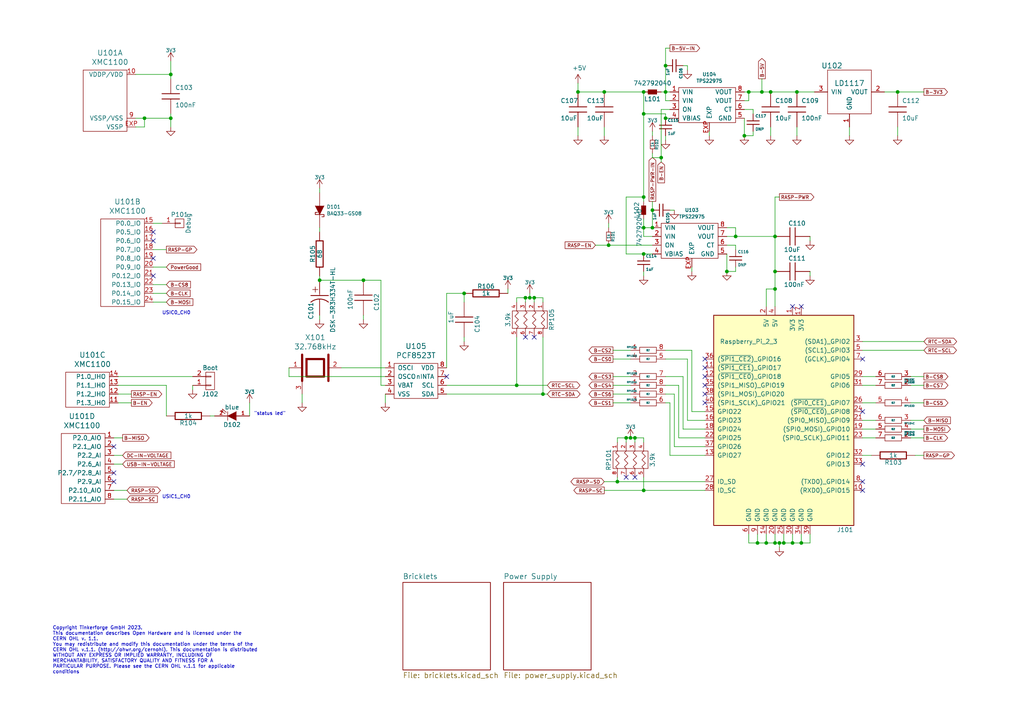
<source format=kicad_sch>
(kicad_sch (version 20211123) (generator eeschema)
  (paper "A4")
  (title_block (title "HAT Brick") (date "2023-05-10") (rev "1.8") (company "Tinkerforge GmbH") (comment 1 "Licensed under CERN OHL v.1.1") (comment 2 "Copyright (©) 2023, T.Schneidermann <tim@tinkerforge.com>"))
  (lib_symbols
    (symbol "tinkerforge:+5V" (power) (pin_names (offset 0))
      (property "Value" "+5V" (at 0 3.556 0))
      (symbol "+5V_1_1"
        (pin power_in line (at 0 0 90) (length 0) hide (name "+5V") (number "1"))
      )
    )
    (symbol "tinkerforge:3V3" (power) (pin_names (offset 0))
      (property "Value" "3V3" (at 0 3.556 0))
      (symbol "3V3_1_1"
        (pin power_in line (at 0 0 90) (length 0) hide (name "3V3") (number "1"))
      )
    )
    (symbol "tinkerforge:C" (pin_numbers hide) (pin_names (offset 0.254))
      (property "Reference" "C" (at 1.27 2.54 0))
      (property "Value" "C" (at 1.27 -2.54 0))
      (symbol "C_1_1"
        (pin passive line (at 0 5.08 270) (length 4.318) (name "~") (number "1"))
        (pin passive line (at 0 -5.08 90) (length 4.318) (name "~") (number "2"))
      )
    )
    (symbol "tinkerforge:CONN_01X01" (pin_names (offset 1.016) hide)
      (property "Reference" "P" (at 0 2.54 0))
      (property "Value" "CONN_01X01" (at 2.54 0 90))
      (symbol "CONN_01X01_1_1"
        (pin passive line (at -5.08 0 0) (length 3.81) (name "P1") (number "1"))
      )
    )
    (symbol "tinkerforge:CONN_01X02" (pin_names (offset 1.016) hide)
      (property "Reference" "P" (at 0 3.81 0))
      (property "Value" "CONN_01X02" (at 2.54 0 90))
      (symbol "CONN_01X02_1_1"
        (pin passive line (at -5.08 1.27 0) (length 3.81) (name "P1") (number "1"))
        (pin passive line (at -5.08 -1.27 0) (length 3.81) (name "P2") (number "2"))
      )
    )
    (symbol "tinkerforge:CP1" (pin_numbers hide) (pin_names (offset 0.254) hide)
      (property "Reference" "C" (at 1.27 2.54 0))
      (property "Value" "CP1" (at 1.27 -2.54 0))
      (symbol "CP1_0_0"
        (text "+" (at -1.27 2.54 0) (effects (font (size 2.032 2.032))))
      )
      (symbol "CP1_1_1"
        (pin passive line (at 0 5.08 270) (length 3.81) (name "~") (number "1"))
        (pin passive line (at 0 -5.08 90) (length 4.572) (name "~") (number "2"))
      )
    )
    (symbol "tinkerforge:CRYSTAL_3225" (pin_names (offset 1.016))
      (property "Reference" "X" (at -5.08 6.35 0))
      (property "Value" "CRYSTAL_3225" (at 6.35 -6.35 0))
      (symbol "CRYSTAL_3225_1_1"
        (pin passive line (at -7.62 0 0) (length 3.81) (name "~") (number "1"))
        (pin passive line (at 7.62 0 180) (length 3.81) (name "~") (number "2"))
        (pin passive line (at -3.81 -7.62 90) (length 3.81) (name "~") (number "3"))
      )
    )
    (symbol "tinkerforge:Cs" (pin_numbers hide) (pin_names (offset 0.254))
      (property "Reference" "C" (at 0.635 1.905 0))
      (property "Value" "Cs" (at 0.635 -1.905 0))
      (symbol "Cs_1_1"
        (pin passive line (at 0 2.54 270) (length 2.0066) (name "~") (number "1"))
        (pin passive line (at 0 -2.54 90) (length 2.0066) (name "~") (number "2"))
      )
    )
    (symbol "tinkerforge:DIODESCH" (pin_numbers hide) (pin_names (offset 1.016) hide)
      (property "Reference" "D" (at 0 2.54 0))
      (property "Value" "DIODESCH" (at 0 -2.54 0))
      (symbol "DIODESCH_1_1"
        (pin passive line (at -5.08 0 0) (length 3.81) (name "A") (number "1"))
        (pin passive line (at 5.08 0 180) (length 3.81) (name "K") (number "2"))
      )
    )
    (symbol "tinkerforge:GND" (power) (pin_names (offset 0))
      (property "Value" "GND" (at 0 -5.08 0))
      (symbol "GND_1_1"
        (pin power_in line (at 0 0 270) (length 0) hide (name "GND") (number "1"))
      )
    )
    (symbol "tinkerforge:INDUCTs" (pin_numbers hide) (pin_names (offset 0))
      (property "Reference" "L" (at 1.27 0 90))
      (property "Value" "INDUCTs" (at -1.27 0 90))
      (symbol "INDUCTs_1_1"
        (pin passive line (at 0 2.54 270) (length 1.27) (name "~") (number "1"))
        (pin passive line (at 0 -2.54 90) (length 1.27) (name "~") (number "2"))
      )
    )
    (symbol "tinkerforge:LD1117" (pin_names (offset 1.016))
      (property "Reference" "U" (at -5.08 12.7 0))
      (property "Value" "LD1117" (at 0 7.62 0))
      (symbol "LD1117_1_1"
        (pin passive line (at 0 -5.08 90) (length 3.81) (name "GND") (number "1"))
        (pin output line (at 10.16 5.08 180) (length 3.81) (name "VOUT") (number "2"))
        (pin input line (at -10.16 5.08 0) (length 3.81) (name "VIN") (number "3"))
      )
    )
    (symbol "tinkerforge:LED" (pin_names (offset 1.016) hide)
      (property "Reference" "D" (at 0 2.54 0))
      (property "Value" "LED" (at 0 -2.54 0))
      (symbol "LED_1_1"
        (pin passive line (at -5.08 0 0) (length 3.81) (name "A") (number "1"))
        (pin passive line (at 5.08 0 180) (length 3.81) (name "K") (number "2"))
      )
    )
    (symbol "tinkerforge:PCF85263AT" (pin_names (offset 1.016))
      (property "Reference" "U" (at -3.81 6.35 0))
      (property "Value" "PCF85263AT" (at 1.27 -6.35 0))
      (symbol "PCF85263AT_1_1"
        (pin passive line (at -8.89 3.81 0) (length 2.54) (name "OSCI") (number "1"))
        (pin passive line (at -8.89 1.27 0) (length 2.54) (name "OSCO") (number "2"))
        (pin passive line (at -8.89 -1.27 0) (length 2.54) (name "VBAT") (number "3"))
        (pin passive line (at -8.89 -3.81 0) (length 2.54) (name "VSS") (number "4"))
        (pin passive line (at 8.89 -3.81 180) (length 2.54) (name "SDA") (number "5"))
        (pin passive line (at 8.89 -1.27 180) (length 2.54) (name "SCL") (number "6"))
        (pin passive line (at 8.89 1.27 180) (length 2.54) (name "nINTA") (number "7"))
        (pin passive line (at 8.89 3.81 180) (length 2.54) (name "VDD") (number "8"))
      )
    )
    (symbol "tinkerforge:R" (pin_numbers hide) (pin_names (offset 0))
      (property "Reference" "R" (at 2.032 0 90))
      (property "Value" "R" (at 0 0 90))
      (symbol "R_1_1"
        (pin passive line (at 0 6.35 270) (length 2.54) (name "~") (number "1"))
        (pin passive line (at 0 -6.35 90) (length 2.54) (name "~") (number "2"))
      )
    )
    (symbol "tinkerforge:R_PACK4" (pin_names hide)
      (property "Reference" "RP" (at 0 11.43 0))
      (property "Value" "R_PACK4" (at 0 -1.27 0))
      (symbol "R_PACK4_1_1"
        (pin passive line (at -5.08 8.89 0) (length 2.54) (name "P1") (number "1"))
        (pin passive line (at -5.08 6.35 0) (length 2.54) (name "P2") (number "2"))
        (pin passive line (at -5.08 3.81 0) (length 2.54) (name "P3") (number "3"))
        (pin passive line (at -5.08 1.27 0) (length 2.54) (name "P4") (number "4"))
        (pin passive line (at 5.08 1.27 180) (length 2.54) (name "R4") (number "5"))
        (pin passive line (at 5.08 3.81 180) (length 2.54) (name "R3") (number "6"))
        (pin passive line (at 5.08 6.35 180) (length 2.54) (name "R2") (number "7"))
        (pin passive line (at 5.08 8.89 180) (length 2.54) (name "R1") (number "8"))
      )
    )
    (symbol "tinkerforge:R_PACK_SINGLE" (pin_names (offset 1.016))
      (property "Reference" "RP" (at -4.699 0.889 0))
      (property "Value" "R_PACK_SINGLE" (at 0 0 0))
      (symbol "R_PACK_SINGLE_1_1"
        (pin passive line (at -5.08 0 0) (length 2.54) (name "~") (number "1"))
        (pin passive line (at 5.08 0 180) (length 2.54) (name "~") (number "8"))
      )
      (symbol "R_PACK_SINGLE_2_1"
        (pin passive line (at -5.08 0 0) (length 2.54) (name "~") (number "2"))
        (pin passive line (at 5.08 0 180) (length 2.54) (name "~") (number "7"))
      )
      (symbol "R_PACK_SINGLE_3_1"
        (pin passive line (at -5.08 0 0) (length 2.54) (name "~") (number "3"))
        (pin passive line (at 5.08 0 180) (length 2.54) (name "~") (number "6"))
      )
      (symbol "R_PACK_SINGLE_4_1"
        (pin passive line (at -5.08 0 0) (length 2.54) (name "~") (number "4"))
        (pin passive line (at 5.08 0 180) (length 2.54) (name "~") (number "5"))
      )
    )
    (symbol "tinkerforge:Raspberry_Pi_2_3" (pin_names (offset 1.016))
      (property "Reference" "J" (at 17.78 -31.75 0))
      (property "Value" "Raspberry_Pi_2_3" (at -10.16 22.86 0))
      (symbol "Raspberry_Pi_2_3_1_1"
        (pin power_out line (at 2.54 33.02 270) (length 2.54) (name "3V3") (number "1"))
        (pin bidirectional line (at 22.86 -20.32 180) (length 2.54) (name "(RXD0)_GPIO15") (number "10"))
        (pin bidirectional line (at -22.86 15.24 0) (length 2.54) (name "(~{SPI1_CE1})_GPIO17") (number "11"))
        (pin bidirectional line (at -22.86 12.7 0) (length 2.54) (name "(~{SPI1_CE0})_GPIO18") (number "12"))
        (pin bidirectional line (at -22.86 -10.16 0) (length 2.54) (name "GPIO27") (number "13"))
        (pin passive line (at -5.08 -33.02 90) (length 2.54) (name "GND") (number "14"))
        (pin bidirectional line (at -22.86 2.54 0) (length 2.54) (name "GPIO22") (number "15"))
        (pin bidirectional line (at -22.86 0 0) (length 2.54) (name "GPIO23") (number "16"))
        (pin power_out line (at 5.08 33.02 270) (length 2.54) (name "3V3") (number "17"))
        (pin bidirectional line (at -22.86 -2.54 0) (length 2.54) (name "GPIO24") (number "18"))
        (pin bidirectional line (at 22.86 -2.54 180) (length 2.54) (name "(SPI0_MOSI)_GPIO10") (number "19"))
        (pin passive line (at -5.08 33.02 270) (length 2.54) (name "5V") (number "2"))
        (pin passive line (at -2.54 -33.02 90) (length 2.54) (name "GND") (number "20"))
        (pin bidirectional line (at 22.86 0 180) (length 2.54) (name "(SPI0_MISO)_GPIO9") (number "21"))
        (pin bidirectional line (at -22.86 -5.08 0) (length 2.54) (name "GPIO25") (number "22"))
        (pin bidirectional line (at 22.86 -5.08 180) (length 2.54) (name "(SPI0_SCLK)_GPIO11") (number "23"))
        (pin bidirectional line (at 22.86 2.54 180) (length 2.54) (name "(~{SPI0_CE0})_GPIO8") (number "24"))
        (pin passive line (at 0 -33.02 90) (length 2.54) (name "GND") (number "25"))
        (pin bidirectional line (at 22.86 5.08 180) (length 2.54) (name "(~{SPI0_CE1})_GPIO7") (number "26"))
        (pin bidirectional line (at -22.86 -17.78 0) (length 2.54) (name "ID_SD") (number "27"))
        (pin bidirectional line (at -22.86 -20.32 0) (length 2.54) (name "ID_SC") (number "28"))
        (pin bidirectional line (at 22.86 12.7 180) (length 2.54) (name "GPIO5") (number "29"))
        (pin bidirectional line (at 22.86 22.86 180) (length 2.54) (name "(SDA1)_GPIO2") (number "3"))
        (pin passive line (at 2.54 -33.02 90) (length 2.54) (name "GND") (number "30"))
        (pin bidirectional line (at 22.86 10.16 180) (length 2.54) (name "GPIO6") (number "31"))
        (pin bidirectional line (at 22.86 -10.16 180) (length 2.54) (name "GPIO12") (number "32"))
        (pin bidirectional line (at 22.86 -12.7 180) (length 2.54) (name "GPIO13") (number "33"))
        (pin passive line (at 5.08 -33.02 90) (length 2.54) (name "GND") (number "34"))
        (pin bidirectional line (at -22.86 10.16 0) (length 2.54) (name "(SPI1_MISO)_GPIO19") (number "35"))
        (pin bidirectional line (at -22.86 17.78 0) (length 2.54) (name "(~{SPI1_CE2})_GPIO16") (number "36"))
        (pin bidirectional line (at -22.86 -7.62 0) (length 2.54) (name "GPIO26") (number "37"))
        (pin bidirectional line (at -22.86 7.62 0) (length 2.54) (name "(SPI1_MOSI)_GPIO20") (number "38"))
        (pin passive line (at 7.62 -33.02 90) (length 2.54) (name "GND") (number "39"))
        (pin passive line (at -2.54 33.02 270) (length 2.54) (name "5V") (number "4"))
        (pin bidirectional line (at -22.86 5.08 0) (length 2.54) (name "(SPI1_SCLK)_GPIO21") (number "40"))
        (pin bidirectional line (at 22.86 20.32 180) (length 2.54) (name "(SCL1)_GPIO3") (number "5"))
        (pin passive line (at -10.16 -33.02 90) (length 2.54) (name "GND") (number "6"))
        (pin bidirectional line (at 22.86 17.78 180) (length 2.54) (name "(GCLK)_GPIO4") (number "7"))
        (pin bidirectional line (at 22.86 -17.78 180) (length 2.54) (name "(TXD0)_GPIO14") (number "8"))
        (pin passive line (at -7.62 -33.02 90) (length 2.54) (name "GND") (number "9"))
      )
    )
    (symbol "tinkerforge:Rs" (pin_numbers hide) (pin_names (offset 0))
      (property "Reference" "R" (at 1.27 0 90))
      (property "Value" "Rs" (at 0 0 90))
      (symbol "Rs_1_1"
        (pin passive line (at 0 2.54 270) (length 1.27) (name "~") (number "1"))
        (pin passive line (at 0 -2.54 90) (length 1.27) (name "~") (number "2"))
      )
    )
    (symbol "tinkerforge:TPS22975" (pin_names (offset 1.016))
      (property "Reference" "U" (at -6.35 6.35 0))
      (property "Value" "TPS22975" (at 3.81 6.35 0))
      (symbol "TPS22975_1_1"
        (pin passive line (at -11.43 3.81 0) (length 2.54) (name "VIN") (number "1"))
        (pin passive line (at -11.43 1.27 0) (length 2.54) (name "VIN") (number "2"))
        (pin passive line (at -11.43 -1.27 0) (length 2.54) (name "ON") (number "3"))
        (pin passive line (at -11.43 -3.81 0) (length 2.54) (name "VBIAS") (number "4"))
        (pin passive line (at 10.16 -3.81 180) (length 2.54) (name "GND") (number "5"))
        (pin passive line (at 10.16 -1.27 180) (length 2.54) (name "CT") (number "6"))
        (pin passive line (at 10.16 1.27 180) (length 2.54) (name "VOUT") (number "7"))
        (pin passive line (at 10.16 3.81 180) (length 2.54) (name "VOUT") (number "8"))
        (pin passive line (at 0 -7.62 90) (length 2.54) (name "EXP") (number "EXP"))
      )
    )
    (symbol "tinkerforge:XMC1XXX24" (pin_names (offset 1.016))
      (property "Reference" "U" (at -3.81 15.24 0))
      (property "Value" "XMC1XXX24" (at 0 -16.51 0))
      (symbol "XMC1XXX24_1_1"
        (pin passive line (at -8.89 7.62 0) (length 2.54) (name "VDDP/VDD") (number "10"))
        (pin passive line (at -8.89 -5.08 0) (length 2.54) (name "VSSP/VSS") (number "9"))
        (pin passive line (at -8.89 -7.62 0) (length 2.54) (name "VSSP") (number "EXP"))
      )
      (symbol "XMC1XXX24_2_1"
        (pin passive line (at -8.89 11.43 0) (length 2.54) (name "P0.0_IO") (number "15"))
        (pin passive line (at -8.89 8.89 0) (length 2.54) (name "P0.5_IO") (number "16"))
        (pin passive line (at -8.89 6.35 0) (length 2.54) (name "P0.6_IO") (number "17"))
        (pin passive line (at -8.89 3.81 0) (length 2.54) (name "P0.7_IO") (number "18"))
        (pin passive line (at -8.89 1.27 0) (length 2.54) (name "P0.8_IO") (number "19"))
        (pin passive line (at -8.89 -1.27 0) (length 2.54) (name "P0.9_IO") (number "20"))
        (pin passive line (at -8.89 -3.81 0) (length 2.54) (name "P0.12_IO") (number "21"))
        (pin passive line (at -8.89 -6.35 0) (length 2.54) (name "P0.13_IO") (number "22"))
        (pin passive line (at -8.89 -8.89 0) (length 2.54) (name "P0.14_IO") (number "23"))
        (pin passive line (at -8.89 -11.43 0) (length 2.54) (name "P0.15_IO") (number "24"))
      )
      (symbol "XMC1XXX24_3_1"
        (pin passive line (at -8.89 -3.81 0) (length 2.54) (name "P1.3_IHO") (number "11"))
        (pin passive line (at -8.89 -1.27 0) (length 2.54) (name "P1.2_IHO") (number "12"))
        (pin passive line (at -8.89 1.27 0) (length 2.54) (name "P1.1_IHO") (number "13"))
        (pin passive line (at -8.89 3.81 0) (length 2.54) (name "P1.0_IHO") (number "14"))
      )
      (symbol "XMC1XXX24_4_1"
        (pin passive line (at -8.89 8.89 0) (length 2.54) (name "P2.0_AIO") (number "1"))
        (pin passive line (at -8.89 6.35 0) (length 2.54) (name "P2.1_AIO") (number "2"))
        (pin passive line (at -8.89 3.81 0) (length 2.54) (name "P2.2_AI") (number "3"))
        (pin passive line (at -8.89 1.27 0) (length 2.54) (name "P2.6_AI") (number "4"))
        (pin passive line (at -8.89 -1.27 0) (length 2.54) (name "P2.7/P2.8_AI") (number "5"))
        (pin passive line (at -8.89 -3.81 0) (length 2.54) (name "P2.9_AI") (number "6"))
        (pin passive line (at -8.89 -6.35 0) (length 2.54) (name "P2.10_AIO") (number "7"))
        (pin passive line (at -8.89 -8.89 0) (length 2.54) (name "P2.11_AIO") (number "8"))
      )
    )
  )
  (junction (at 224.79 78.74))
  (junction (at 184.15 127))
  (junction (at 176.53 71.12))
  (junction (at 260.35 26.67))
  (junction (at 213.36 68.58))
  (junction (at 154.94 86.36))
  (junction (at 167.64 26.67))
  (junction (at 49.53 34.29))
  (junction (at 157.48 114.3))
  (junction (at 186.69 142.24))
  (junction (at 189.23 66.04))
  (junction (at 175.26 26.67))
  (junction (at 220.98 26.67))
  (junction (at 186.69 66.04))
  (junction (at 186.69 57.15))
  (junction (at 182.88 127))
  (junction (at 193.04 19.05))
  (junction (at 134.62 85.09))
  (junction (at 217.17 26.67))
  (junction (at 186.69 33.02))
  (junction (at 210.82 78.74))
  (junction (at 222.25 157.48))
  (junction (at 215.9 39.37))
  (junction (at 149.86 111.76))
  (junction (at 186.69 73.66))
  (junction (at 179.07 139.7))
  (junction (at 224.79 68.58))
  (junction (at 224.79 83.82))
  (junction (at 219.71 157.48))
  (junction (at 49.53 21.59))
  (junction (at 229.87 157.48))
  (junction (at 92.71 81.28))
  (junction (at 193.04 26.67))
  (junction (at 224.79 157.48))
  (junction (at 226.06 157.48))
  (junction (at 232.41 157.48))
  (junction (at 191.77 45.72))
  (junction (at 223.52 26.67))
  (junction (at 231.14 26.67))
  (junction (at 41.91 34.29))
  (junction (at 153.67 86.36))
  (junction (at 152.4 86.36))
  (junction (at 186.69 26.67))
  (junction (at 181.61 127))
  (junction (at 193.04 34.29))
  (junction (at 105.41 81.28))
  (junction (at 189.23 60.96))
  (junction (at 227.33 157.48))
  (no_connect (at 129.54 109.22))
  (no_connect (at 204.47 114.3))
  (no_connect (at 184.15 138.43))
  (no_connect (at 44.45 67.31))
  (no_connect (at 33.02 129.54))
  (no_connect (at 232.41 88.9))
  (no_connect (at 250.19 139.7))
  (no_connect (at 204.47 111.76))
  (no_connect (at 44.45 74.93))
  (no_connect (at 250.19 134.62))
  (no_connect (at 204.47 116.84))
  (no_connect (at 44.45 80.01))
  (no_connect (at 181.61 138.43))
  (no_connect (at 204.47 109.22))
  (no_connect (at 250.19 104.14))
  (no_connect (at 204.47 104.14))
  (no_connect (at 33.02 139.7))
  (no_connect (at 250.19 142.24))
  (no_connect (at 44.45 69.85))
  (no_connect (at 33.02 137.16))
  (no_connect (at 229.87 88.9))
  (no_connect (at 154.94 97.79))
  (no_connect (at 250.19 119.38))
  (no_connect (at 204.47 106.68))
  (no_connect (at 152.4 97.79))
  (wire (pts (xy 44.45 72.39) (xy 48.26 72.39)))
  (wire (pts (xy 41.91 36.83) (xy 41.91 34.29)))
  (wire (pts (xy 224.79 83.82) (xy 224.79 88.9)))
  (wire (pts (xy 149.86 111.76) (xy 149.86 97.79)))
  (wire (pts (xy 44.45 82.55) (xy 48.26 82.55)))
  (wire (pts (xy 83.82 109.22) (xy 83.82 106.68)))
  (wire (pts (xy 92.71 55.88) (xy 92.71 54.61)))
  (wire (pts (xy 129.54 114.3) (xy 157.48 114.3)))
  (wire (pts (xy 193.04 34.29) (xy 194.31 34.29)))
  (wire (pts (xy 213.36 71.12) (xy 213.36 72.39)))
  (wire (pts (xy 250.19 109.22) (xy 254 109.22)))
  (wire (pts (xy 105.41 92.71) (xy 105.41 91.44)))
  (wire (pts (xy 92.71 67.31) (xy 92.71 66.04)))
  (wire (pts (xy 39.37 36.83) (xy 41.91 36.83)))
  (wire (pts (xy 217.17 154.94) (xy 217.17 157.48)))
  (wire (pts (xy 264.16 116.84) (xy 267.97 116.84)))
  (wire (pts (xy 200.66 78.74) (xy 200.66 77.47)))
  (wire (pts (xy 129.54 106.68) (xy 129.54 85.09)))
  (wire (pts (xy 111.76 109.22) (xy 83.82 109.22)))
  (wire (pts (xy 167.64 24.13) (xy 167.64 26.67)))
  (wire (pts (xy 129.54 85.09) (xy 134.62 85.09)))
  (wire (pts (xy 196.85 127) (xy 196.85 111.76)))
  (wire (pts (xy 189.23 60.96) (xy 189.23 58.42)))
  (wire (pts (xy 199.39 19.05) (xy 199.39 20.32)))
  (wire (pts (xy 38.1 116.84) (xy 34.29 116.84)))
  (wire (pts (xy 217.17 26.67) (xy 220.98 26.67)))
  (wire (pts (xy 224.79 157.48) (xy 226.06 157.48)))
  (wire (pts (xy 193.04 114.3) (xy 195.58 114.3)))
  (wire (pts (xy 194.31 13.97) (xy 193.04 13.97)))
  (wire (pts (xy 186.69 142.24) (xy 204.47 142.24)))
  (wire (pts (xy 134.62 85.09) (xy 134.62 87.63)))
  (wire (pts (xy 191.77 31.75) (xy 191.77 45.72)))
  (wire (pts (xy 250.19 124.46) (xy 254 124.46)))
  (wire (pts (xy 182.88 127) (xy 184.15 127)))
  (wire (pts (xy 176.53 66.04) (xy 176.53 64.77)))
  (wire (pts (xy 167.64 26.67) (xy 175.26 26.67)))
  (wire (pts (xy 267.97 132.08) (xy 265.43 132.08)))
  (wire (pts (xy 55.88 113.03) (xy 55.88 111.76)))
  (wire (pts (xy 213.36 78.74) (xy 213.36 77.47)))
  (wire (pts (xy 72.39 116.84) (xy 72.39 120.65)))
  (wire (pts (xy 215.9 26.67) (xy 217.17 26.67)))
  (wire (pts (xy 193.04 26.67) (xy 191.77 26.67)))
  (wire (pts (xy 199.39 121.92) (xy 199.39 104.14)))
  (wire (pts (xy 189.23 45.72) (xy 191.77 45.72)))
  (wire (pts (xy 176.53 71.12) (xy 189.23 71.12)))
  (wire (pts (xy 227.33 157.48) (xy 229.87 157.48)))
  (wire (pts (xy 152.4 87.63) (xy 152.4 86.36)))
  (wire (pts (xy 92.71 92.71) (xy 92.71 91.44)))
  (wire (pts (xy 217.17 29.21) (xy 217.17 26.67)))
  (wire (pts (xy 234.95 78.74) (xy 234.95 80.01)))
  (wire (pts (xy 223.52 39.37) (xy 223.52 36.83)))
  (wire (pts (xy 177.8 111.76) (xy 182.88 111.76)))
  (wire (pts (xy 267.97 124.46) (xy 264.16 124.46)))
  (wire (pts (xy 264.16 109.22) (xy 267.97 109.22)))
  (wire (pts (xy 87.63 116.84) (xy 87.63 114.3)))
  (wire (pts (xy 157.48 86.36) (xy 157.48 87.63)))
  (wire (pts (xy 226.06 158.75) (xy 226.06 157.48)))
  (wire (pts (xy 34.29 111.76) (xy 48.26 111.76)))
  (wire (pts (xy 195.58 129.54) (xy 204.47 129.54)))
  (wire (pts (xy 154.94 86.36) (xy 157.48 86.36)))
  (wire (pts (xy 191.77 31.75) (xy 194.31 31.75)))
  (wire (pts (xy 184.15 127) (xy 186.69 127)))
  (wire (pts (xy 210.82 78.74) (xy 210.82 73.66)))
  (wire (pts (xy 234.95 69.85) (xy 234.95 68.58)))
  (wire (pts (xy 224.79 154.94) (xy 224.79 157.48)))
  (wire (pts (xy 186.69 66.04) (xy 189.23 66.04)))
  (wire (pts (xy 198.12 19.05) (xy 199.39 19.05)))
  (wire (pts (xy 181.61 128.27) (xy 181.61 127)))
  (wire (pts (xy 186.69 57.15) (xy 181.61 57.15)))
  (wire (pts (xy 153.67 86.36) (xy 154.94 86.36)))
  (wire (pts (xy 224.79 78.74) (xy 224.79 83.82)))
  (wire (pts (xy 44.45 87.63) (xy 48.26 87.63)))
  (wire (pts (xy 186.69 127) (xy 186.69 128.27)))
  (wire (pts (xy 189.23 39.37) (xy 189.23 38.1)))
  (wire (pts (xy 153.67 85.09) (xy 153.67 86.36)))
  (wire (pts (xy 204.47 124.46) (xy 198.12 124.46)))
  (wire (pts (xy 49.53 21.59) (xy 39.37 21.59)))
  (wire (pts (xy 217.17 157.48) (xy 219.71 157.48)))
  (wire (pts (xy 175.26 139.7) (xy 179.07 139.7)))
  (wire (pts (xy 49.53 17.78) (xy 49.53 21.59)))
  (wire (pts (xy 260.35 36.83) (xy 260.35 39.37)))
  (wire (pts (xy 229.87 157.48) (xy 232.41 157.48)))
  (wire (pts (xy 179.07 127) (xy 181.61 127)))
  (wire (pts (xy 181.61 57.15) (xy 181.61 73.66)))
  (wire (pts (xy 193.04 13.97) (xy 193.04 19.05)))
  (wire (pts (xy 246.38 39.37) (xy 246.38 36.83)))
  (wire (pts (xy 194.31 60.96) (xy 195.58 60.96)))
  (wire (pts (xy 193.04 19.05) (xy 193.04 26.67)))
  (wire (pts (xy 186.69 66.04) (xy 186.69 63.5)))
  (wire (pts (xy 267.97 99.06) (xy 250.19 99.06)))
  (wire (pts (xy 33.02 127) (xy 35.56 127)))
  (wire (pts (xy 44.45 85.09) (xy 48.26 85.09)))
  (wire (pts (xy 224.79 57.15) (xy 226.06 57.15)))
  (wire (pts (xy 129.54 111.76) (xy 149.86 111.76)))
  (wire (pts (xy 175.26 26.67) (xy 186.69 26.67)))
  (wire (pts (xy 92.71 81.28) (xy 92.71 80.01)))
  (wire (pts (xy 49.53 21.59) (xy 49.53 22.86)))
  (wire (pts (xy 186.69 68.58) (xy 189.23 68.58)))
  (wire (pts (xy 191.77 45.72) (xy 191.77 46.99)))
  (wire (pts (xy 260.35 26.67) (xy 267.97 26.67)))
  (wire (pts (xy 186.69 138.43) (xy 186.69 142.24)))
  (wire (pts (xy 218.44 39.37) (xy 218.44 38.1)))
  (wire (pts (xy 198.12 124.46) (xy 198.12 109.22)))
  (wire (pts (xy 186.69 33.02) (xy 186.69 57.15)))
  (wire (pts (xy 46.99 64.77) (xy 44.45 64.77)))
  (wire (pts (xy 105.41 81.28) (xy 92.71 81.28)))
  (wire (pts (xy 222.25 83.82) (xy 222.25 88.9)))
  (wire (pts (xy 232.41 157.48) (xy 234.95 157.48)))
  (wire (pts (xy 200.66 119.38) (xy 200.66 101.6)))
  (wire (pts (xy 99.06 106.68) (xy 111.76 106.68)))
  (wire (pts (xy 204.47 121.92) (xy 199.39 121.92)))
  (wire (pts (xy 229.87 154.94) (xy 229.87 157.48)))
  (wire (pts (xy 186.69 66.04) (xy 186.69 68.58)))
  (wire (pts (xy 250.19 121.92) (xy 254 121.92)))
  (wire (pts (xy 186.69 80.01) (xy 186.69 78.74)))
  (wire (pts (xy 41.91 34.29) (xy 49.53 34.29)))
  (wire (pts (xy 177.8 101.6) (xy 182.88 101.6)))
  (wire (pts (xy 222.25 157.48) (xy 224.79 157.48)))
  (wire (pts (xy 224.79 68.58) (xy 213.36 68.58)))
  (wire (pts (xy 264.16 127) (xy 267.97 127)))
  (wire (pts (xy 105.41 81.28) (xy 110.49 81.28)))
  (wire (pts (xy 55.88 109.22) (xy 34.29 109.22)))
  (wire (pts (xy 49.53 33.02) (xy 49.53 34.29)))
  (wire (pts (xy 267.97 111.76) (xy 264.16 111.76)))
  (wire (pts (xy 219.71 154.94) (xy 219.71 157.48)))
  (wire (pts (xy 44.45 77.47) (xy 48.26 77.47)))
  (wire (pts (xy 33.02 132.08) (xy 35.56 132.08)))
  (wire (pts (xy 167.64 39.37) (xy 167.64 36.83)))
  (wire (pts (xy 198.12 109.22) (xy 193.04 109.22)))
  (wire (pts (xy 210.82 78.74) (xy 213.36 78.74)))
  (wire (pts (xy 204.47 119.38) (xy 200.66 119.38)))
  (wire (pts (xy 157.48 97.79) (xy 157.48 114.3)))
  (wire (pts (xy 193.04 33.02) (xy 193.04 34.29)))
  (wire (pts (xy 134.62 99.06) (xy 134.62 97.79)))
  (wire (pts (xy 210.82 66.04) (xy 213.36 66.04)))
  (wire (pts (xy 179.07 139.7) (xy 204.47 139.7)))
  (wire (pts (xy 181.61 73.66) (xy 186.69 73.66)))
  (wire (pts (xy 177.8 116.84) (xy 182.88 116.84)))
  (wire (pts (xy 194.31 132.08) (xy 194.31 116.84)))
  (wire (pts (xy 179.07 138.43) (xy 179.07 139.7)))
  (wire (pts (xy 196.85 111.76) (xy 193.04 111.76)))
  (wire (pts (xy 215.9 39.37) (xy 218.44 39.37)))
  (wire (pts (xy 158.75 114.3) (xy 157.48 114.3)))
  (wire (pts (xy 149.86 111.76) (xy 158.75 111.76)))
  (wire (pts (xy 222.25 83.82) (xy 224.79 83.82)))
  (wire (pts (xy 189.23 66.04) (xy 189.23 60.96)))
  (wire (pts (xy 219.71 157.48) (xy 222.25 157.48)))
  (wire (pts (xy 186.69 73.66) (xy 189.23 73.66)))
  (wire (pts (xy 231.14 26.67) (xy 236.22 26.67)))
  (wire (pts (xy 181.61 127) (xy 182.88 127)))
  (wire (pts (xy 213.36 66.04) (xy 213.36 68.58)))
  (wire (pts (xy 205.74 39.37) (xy 205.74 38.1)))
  (wire (pts (xy 36.83 144.78) (xy 33.02 144.78)))
  (wire (pts (xy 234.95 157.48) (xy 234.95 154.94)))
  (wire (pts (xy 222.25 154.94) (xy 222.25 157.48)))
  (wire (pts (xy 182.88 114.3) (xy 177.8 114.3)))
  (wire (pts (xy 227.33 154.94) (xy 227.33 157.48)))
  (wire (pts (xy 194.31 116.84) (xy 193.04 116.84)))
  (wire (pts (xy 220.98 26.67) (xy 223.52 26.67)))
  (wire (pts (xy 34.29 114.3) (xy 38.1 114.3)))
  (wire (pts (xy 172.72 71.12) (xy 176.53 71.12)))
  (wire (pts (xy 231.14 39.37) (xy 231.14 36.83)))
  (wire (pts (xy 232.41 154.94) (xy 232.41 157.48)))
  (wire (pts (xy 179.07 128.27) (xy 179.07 127)))
  (wire (pts (xy 175.26 142.24) (xy 186.69 142.24)))
  (wire (pts (xy 215.9 29.21) (xy 217.17 29.21)))
  (wire (pts (xy 152.4 86.36) (xy 153.67 86.36)))
  (wire (pts (xy 186.69 26.67) (xy 186.69 33.02)))
  (wire (pts (xy 215.9 39.37) (xy 215.9 34.29)))
  (wire (pts (xy 200.66 101.6) (xy 193.04 101.6)))
  (wire (pts (xy 250.19 101.6) (xy 267.97 101.6)))
  (wire (pts (xy 149.86 86.36) (xy 152.4 86.36)))
  (wire (pts (xy 111.76 116.84) (xy 111.76 114.3)))
  (wire (pts (xy 186.69 33.02) (xy 193.04 33.02)))
  (wire (pts (xy 226.06 157.48) (xy 227.33 157.48)))
  (wire (pts (xy 199.39 104.14) (xy 193.04 104.14)))
  (wire (pts (xy 252.73 132.08) (xy 250.19 132.08)))
  (wire (pts (xy 154.94 87.63) (xy 154.94 86.36)))
  (wire (pts (xy 49.53 34.29) (xy 49.53 36.83)))
  (wire (pts (xy 250.19 111.76) (xy 254 111.76)))
  (wire (pts (xy 218.44 31.75) (xy 218.44 33.02)))
  (wire (pts (xy 193.04 40.64) (xy 193.04 39.37)))
  (wire (pts (xy 213.36 68.58) (xy 210.82 68.58)))
  (wire (pts (xy 186.69 57.15) (xy 186.69 58.42)))
  (wire (pts (xy 149.86 87.63) (xy 149.86 86.36)))
  (wire (pts (xy 256.54 26.67) (xy 260.35 26.67)))
  (wire (pts (xy 215.9 31.75) (xy 218.44 31.75)))
  (wire (pts (xy 250.19 116.84) (xy 254 116.84)))
  (wire (pts (xy 204.47 132.08) (xy 194.31 132.08)))
  (wire (pts (xy 194.31 29.21) (xy 193.04 29.21)))
  (wire (pts (xy 264.16 121.92) (xy 267.97 121.92)))
  (wire (pts (xy 195.58 114.3) (xy 195.58 129.54)))
  (wire (pts (xy 224.79 68.58) (xy 224.79 78.74)))
  (wire (pts (xy 204.47 127) (xy 196.85 127)))
  (wire (pts (xy 35.56 134.62) (xy 33.02 134.62)))
  (wire (pts (xy 224.79 57.15) (xy 224.79 68.58)))
  (wire (pts (xy 110.49 111.76) (xy 110.49 81.28)))
  (wire (pts (xy 220.98 22.86) (xy 220.98 26.67)))
  (wire (pts (xy 147.32 83.82) (xy 147.32 85.09)))
  (wire (pts (xy 223.52 26.67) (xy 231.14 26.67)))
  (wire (pts (xy 33.02 142.24) (xy 36.83 142.24)))
  (wire (pts (xy 175.26 39.37) (xy 175.26 36.83)))
  (wire (pts (xy 177.8 104.14) (xy 182.88 104.14)))
  (wire (pts (xy 62.23 120.65) (xy 60.96 120.65)))
  (wire (pts (xy 48.26 111.76) (xy 48.26 120.65)))
  (wire (pts (xy 250.19 127) (xy 254 127)))
  (wire (pts (xy 39.37 34.29) (xy 41.91 34.29)))
  (wire (pts (xy 189.23 44.45) (xy 189.23 45.72)))
  (wire (pts (xy 193.04 29.21) (xy 193.04 26.67)))
  (wire (pts (xy 111.76 111.76) (xy 110.49 111.76)))
  (wire (pts (xy 210.82 71.12) (xy 213.36 71.12)))
  (wire (pts (xy 193.04 26.67) (xy 194.31 26.67)))
  (wire (pts (xy 177.8 109.22) (xy 182.88 109.22)))
  (wire (pts (xy 184.15 128.27) (xy 184.15 127)))
  (text "\"status led\"" (at 73.66 120.65 0) (effects (font (size 0.9906 0.9906)) (justify left bottom)))
  (text "USIC1_CH0" (at 46.99 144.78 0) (effects (font (size 0.9906 0.9906)) (justify left bottom)))
  (text "Copyright Tinkerforge GmbH 2023.\nThis documentation describes Open Hardware and is licensed under the\nCERN OHL v. 1.1.\nYou may redistribute and modify this documentation under the terms of the\nCERN OHL v.1.1. (http://ohwr.org/cernohl). This documentation is distributed\nWITHOUT ANY EXPRESS OR IMPLIED WARRANTY, INCLUDING OF\nMERCHANTABILITY, SATISFACTORY QUALITY AND FITNESS FOR A\nPARTICULAR PURPOSE. Please see the CERN OHL v.1.1 for applicable\nconditions" (at 15.24 195.58 0) (effects (font (size 0.9906 0.9906)) (justify left bottom)))
  (text "USIC0_CH0" (at 46.99 91.44 0) (effects (font (size 0.9906 0.9906)) (justify left bottom)))
  (global_label "B-CS4" (shape output) (at 177.8 111.76 180) (effects (font (size 0.9906 0.9906))) (property "Intersheet References" "${INTERSHEET_REFS}" (effects hide)))
  (global_label "DC-IN-VOLTAGE" (shape input) (at 35.56 132.08 0) (effects (font (size 0.9906 0.9906))) (property "Intersheet References" "${INTERSHEET_REFS}" (effects hide)))
  (global_label "USB-IN-VOLTAGE" (shape input) (at 35.56 134.62 0) (effects (font (size 0.9906 0.9906))) (property "Intersheet References" "${INTERSHEET_REFS}" (effects hide)))
  (global_label "B-CS0" (shape output) (at 177.8 104.14 180) (effects (font (size 0.9906 0.9906))) (property "Intersheet References" "${INTERSHEET_REFS}" (effects hide)))
  (global_label "RASP-PWR-IN" (shape output) (at 189.23 58.42 90) (effects (font (size 0.9906 0.9906))) (property "Intersheet References" "${INTERSHEET_REFS}" (effects hide)))
  (global_label "B-CLK" (shape input) (at 48.26 85.09 0) (effects (font (size 0.9906 0.9906))) (property "Intersheet References" "${INTERSHEET_REFS}" (effects hide)))
  (global_label "RASP-SD" (shape bidirectional) (at 175.26 139.7 180) (effects (font (size 0.9906 0.9906))) (property "Intersheet References" "${INTERSHEET_REFS}" (effects hide)))
  (global_label "RASP-SC" (shape input) (at 36.83 144.78 0) (effects (font (size 0.9906 0.9906))) (property "Intersheet References" "${INTERSHEET_REFS}" (effects hide)))
  (global_label "RASP-GP" (shape output) (at 48.26 72.39 0) (effects (font (size 0.9906 0.9906))) (property "Intersheet References" "${INTERSHEET_REFS}" (effects hide)))
  (global_label "RTC-SDA" (shape bidirectional) (at 267.97 99.06 0) (effects (font (size 0.9906 0.9906))) (property "Intersheet References" "${INTERSHEET_REFS}" (effects hide)))
  (global_label "RTC-SCL" (shape bidirectional) (at 267.97 101.6 0) (effects (font (size 0.9906 0.9906))) (property "Intersheet References" "${INTERSHEET_REFS}" (effects hide)))
  (global_label "RTC-SCL" (shape bidirectional) (at 158.75 111.76 0) (effects (font (size 0.9906 0.9906))) (property "Intersheet References" "${INTERSHEET_REFS}" (effects hide)))
  (global_label "RASP-EN" (shape output) (at 38.1 114.3 0) (effects (font (size 0.9906 0.9906))) (property "Intersheet References" "${INTERSHEET_REFS}" (effects hide)))
  (global_label "B-5V" (shape output) (at 220.98 22.86 90) (effects (font (size 0.9906 0.9906))) (property "Intersheet References" "${INTERSHEET_REFS}" (effects hide)))
  (global_label "B-CLK" (shape output) (at 267.97 127 0) (effects (font (size 0.9906 0.9906))) (property "Intersheet References" "${INTERSHEET_REFS}" (effects hide)))
  (global_label "B-CS8" (shape input) (at 48.26 82.55 0) (effects (font (size 0.9906 0.9906))) (property "Intersheet References" "${INTERSHEET_REFS}" (effects hide)))
  (global_label "RASP-SD" (shape bidirectional) (at 36.83 142.24 0) (effects (font (size 0.9906 0.9906))) (property "Intersheet References" "${INTERSHEET_REFS}" (effects hide)))
  (global_label "B-5V-IN" (shape output) (at 194.31 13.97 0) (effects (font (size 0.9906 0.9906))) (property "Intersheet References" "${INTERSHEET_REFS}" (effects hide)))
  (global_label "B-3V3" (shape output) (at 267.97 26.67 0) (effects (font (size 0.9906 0.9906))) (property "Intersheet References" "${INTERSHEET_REFS}" (effects hide)))
  (global_label "B-CS3" (shape output) (at 177.8 109.22 180) (effects (font (size 0.9906 0.9906))) (property "Intersheet References" "${INTERSHEET_REFS}" (effects hide)))
  (global_label "B-CS6" (shape output) (at 177.8 114.3 180) (effects (font (size 0.9906 0.9906))) (property "Intersheet References" "${INTERSHEET_REFS}" (effects hide)))
  (global_label "B-CS2" (shape output) (at 177.8 101.6 180) (effects (font (size 0.9906 0.9906))) (property "Intersheet References" "${INTERSHEET_REFS}" (effects hide)))
  (global_label "PowerGood" (shape input) (at 48.26 77.47 0) (effects (font (size 0.9906 0.9906))) (property "Intersheet References" "${INTERSHEET_REFS}" (effects hide)))
  (global_label "B-EN" (shape output) (at 38.1 116.84 0) (effects (font (size 0.9906 0.9906))) (property "Intersheet References" "${INTERSHEET_REFS}" (effects hide)))
  (global_label "B-EN" (shape input) (at 191.77 46.99 270) (effects (font (size 0.9906 0.9906))) (property "Intersheet References" "${INTERSHEET_REFS}" (effects hide)))
  (global_label "B-CS7" (shape output) (at 267.97 111.76 0) (effects (font (size 0.9906 0.9906))) (property "Intersheet References" "${INTERSHEET_REFS}" (effects hide)))
  (global_label "B-MOSI" (shape input) (at 48.26 87.63 0) (effects (font (size 0.9906 0.9906))) (property "Intersheet References" "${INTERSHEET_REFS}" (effects hide)))
  (global_label "B-MISO" (shape output) (at 35.56 127 0) (effects (font (size 0.9906 0.9906))) (property "Intersheet References" "${INTERSHEET_REFS}" (effects hide)))
  (global_label "B-CS8" (shape output) (at 267.97 109.22 0) (effects (font (size 0.9906 0.9906))) (property "Intersheet References" "${INTERSHEET_REFS}" (effects hide)))
  (global_label "RASP-EN" (shape input) (at 172.72 71.12 180) (effects (font (size 0.9906 0.9906))) (property "Intersheet References" "${INTERSHEET_REFS}" (effects hide)))
  (global_label "B-MISO" (shape input) (at 267.97 121.92 0) (effects (font (size 0.9906 0.9906))) (property "Intersheet References" "${INTERSHEET_REFS}" (effects hide)))
  (global_label "RTC-SDA" (shape bidirectional) (at 158.75 114.3 0) (effects (font (size 0.9906 0.9906))) (property "Intersheet References" "${INTERSHEET_REFS}" (effects hide)))
  (global_label "B-MOSI" (shape output) (at 267.97 124.46 0) (effects (font (size 0.9906 0.9906))) (property "Intersheet References" "${INTERSHEET_REFS}" (effects hide)))
  (global_label "RASP-PWR" (shape output) (at 226.06 57.15 0) (effects (font (size 0.9906 0.9906))) (property "Intersheet References" "${INTERSHEET_REFS}" (effects hide)))
  (global_label "RASP-GP" (shape output) (at 267.97 132.08 0) (effects (font (size 0.9906 0.9906))) (property "Intersheet References" "${INTERSHEET_REFS}" (effects hide)))
  (global_label "B-CS1" (shape output) (at 177.8 116.84 180) (effects (font (size 0.9906 0.9906))) (property "Intersheet References" "${INTERSHEET_REFS}" (effects hide)))
  (global_label "RASP-SC" (shape output) (at 175.26 142.24 180) (effects (font (size 0.9906 0.9906))) (property "Intersheet References" "${INTERSHEET_REFS}" (effects hide)))
  (global_label "B-CS5" (shape output) (at 267.97 116.84 0) (effects (font (size 0.9906 0.9906))) (property "Intersheet References" "${INTERSHEET_REFS}" (effects hide)))
  (symbol (lib_id "tinkerforge:Raspberry_Pi_2_3") (at 227.33 121.92 0) (unit 1)
    (property "Reference" "J101" (at 245.11 153.67 0))
    (property "Value" "Raspberry_Pi_2_3" (at 217.17 99.06 0))
    (property "Footprint" "kicad-libraries:raspberrypi_hat2" (effects hide))
  )
  (symbol (lib_id "tinkerforge:R_PACK4") (at 187.96 133.35 90) (mirror x) (unit 1)
    (property "Reference" "RP101" (at 176.53 133.35 0))
    (property "Value" "3.9k" (at 189.23 133.35 0))
    (property "Footprint" "kicad-libraries:4X0402" (effects hide))
  )
  (symbol (lib_id "tinkerforge:3V3") (at 182.88 127 0) (unit 1)
    (property "Reference" "#PWR01" (effects hide))
    (property "Value" "3V3" (at 182.88 123.825 0) (effects (font (size 1.016 1.016))))
  )
  (symbol (lib_id "tinkerforge:GND") (at 226.06 158.75 0) (unit 1)
    (property "Reference" "#PWR02" (effects hide))
    (property "Value" "GND" (effects hide))
  )
  (symbol (lib_id "tinkerforge:3V3") (at 49.53 17.78 0) (unit 1)
    (property "Reference" "#PWR04" (effects hide))
    (property "Value" "3V3" (at 49.53 14.605 0) (effects (font (size 1.016 1.016))))
  )
  (symbol (lib_id "tinkerforge:GND") (at 246.38 39.37 0) (unit 1)
    (property "Reference" "#PWR05" (effects hide))
    (property "Value" "GND" (effects hide))
  )
  (symbol (lib_id "tinkerforge:GND") (at 49.53 36.83 0) (unit 1)
    (property "Reference" "#PWR06" (effects hide))
    (property "Value" "GND" (effects hide))
  )
  (symbol (lib_id "tinkerforge:LD1117") (at 246.38 31.75 0) (unit 1)
    (property "Reference" "U102" (at 241.3 19.05 0) (effects (font (size 1.524 1.524))))
    (property "Value" "LD1117" (at 246.38 24.13 0) (effects (font (size 1.524 1.524))))
    (property "Footprint" "kicad-libraries:SOT-223" (effects hide))
  )
  (symbol (lib_id "tinkerforge:C") (at 231.14 31.75 0) (unit 1)
    (property "Reference" "C109" (at 232.41 29.21 0) (effects (justify left)))
    (property "Value" "100nF" (at 232.41 34.29 0) (effects (justify left)))
    (property "Footprint" "kicad-libraries:C0603F" (effects hide))
  )
  (symbol (lib_id "tinkerforge:GND") (at 231.14 39.37 0) (unit 1)
    (property "Reference" "#PWR07" (effects hide))
    (property "Value" "GND" (effects hide))
  )
  (symbol (lib_id "tinkerforge:C") (at 260.35 31.75 0) (unit 1)
    (property "Reference" "C112" (at 261.62 29.21 0) (effects (justify left)))
    (property "Value" "10uF" (at 261.62 34.29 0) (effects (justify left)))
    (property "Footprint" "kicad-libraries:C1206" (effects hide))
  )
  (symbol (lib_id "tinkerforge:GND") (at 260.35 39.37 0) (unit 1)
    (property "Reference" "#PWR08" (effects hide))
    (property "Value" "GND" (effects hide))
  )
  (symbol (lib_id "tinkerforge:C") (at 223.52 31.75 0) (unit 1)
    (property "Reference" "C108" (at 224.79 29.21 0) (effects (justify left)))
    (property "Value" "10uF" (at 224.79 34.29 0) (effects (justify left)))
    (property "Footprint" "kicad-libraries:C1206" (effects hide))
  )
  (symbol (lib_id "tinkerforge:GND") (at 223.52 39.37 0) (unit 1)
    (property "Reference" "#PWR09" (effects hide))
    (property "Value" "GND" (effects hide))
  )
  (symbol (lib_id "tinkerforge:C") (at 167.64 31.75 0) (unit 1)
    (property "Reference" "C107" (at 162.56 29.21 0) (effects (justify left)))
    (property "Value" "10uF" (at 162.56 34.29 0) (effects (justify left)))
    (property "Footprint" "kicad-libraries:C1206" (effects hide))
  )
  (symbol (lib_id "tinkerforge:GND") (at 167.64 39.37 0) (unit 1)
    (property "Reference" "#PWR010" (effects hide))
    (property "Value" "GND" (effects hide))
  )
  (symbol (lib_id "tinkerforge:INDUCTs") (at 189.23 26.67 270) (unit 1)
    (property "Reference" "L101" (at 189.23 28.702 90))
    (property "Value" "742792040" (at 189.23 24.13 90))
    (property "Footprint" "kicad-libraries:R0805" (effects hide))
  )
  (symbol (lib_id "tinkerforge:C") (at 229.87 78.74 270) (unit 1)
    (property "Reference" "C111" (at 228.6 74.93 90) (effects (justify left)))
    (property "Value" "100nF" (at 227.33 82.55 90) (effects (justify left)))
    (property "Footprint" "kicad-libraries:C0603F" (effects hide))
  )
  (symbol (lib_id "tinkerforge:GND") (at 234.95 80.01 0) (unit 1)
    (property "Reference" "#PWR012" (effects hide))
    (property "Value" "GND" (effects hide))
  )
  (symbol (lib_id "tinkerforge:INDUCTs") (at 186.69 60.96 180) (unit 1)
    (property "Reference" "L102" (at 184.658 60.96 90))
    (property "Value" "742792040" (at 185.42 66.04 90))
    (property "Footprint" "kicad-libraries:R0805" (effects hide))
  )
  (symbol (lib_id "tinkerforge:C") (at 229.87 68.58 270) (unit 1)
    (property "Reference" "C110" (at 228.6 64.77 90) (effects (justify left)))
    (property "Value" "10uF" (at 227.33 72.39 90) (effects (justify left)))
    (property "Footprint" "kicad-libraries:C1206" (effects hide))
  )
  (symbol (lib_id "tinkerforge:GND") (at 234.95 69.85 0) (unit 1)
    (property "Reference" "#PWR014" (effects hide))
    (property "Value" "GND" (effects hide))
  )
  (symbol (lib_id "tinkerforge:C") (at 49.53 27.94 0) (unit 1)
    (property "Reference" "C103" (at 50.8 25.4 0) (effects (justify left)))
    (property "Value" "100nF" (at 50.8 30.48 0) (effects (justify left)))
    (property "Footprint" "kicad-libraries:C0603F" (effects hide))
  )
  (symbol (lib_id "tinkerforge:CONN_01X02") (at 60.96 110.49 0) (mirror x) (unit 1)
    (property "Reference" "J102" (at 60.96 114.3 0))
    (property "Value" "Boot" (at 60.96 106.68 0))
    (property "Footprint" "kicad-libraries:SolderJumper" (effects hide))
  )
  (symbol (lib_id "tinkerforge:CONN_01X01") (at 52.07 64.77 0) (unit 1)
    (property "Reference" "P101" (at 52.07 62.23 0))
    (property "Value" "Debug" (at 54.61 64.77 90))
    (property "Footprint" "kicad-libraries:DEBUG_PAD" (effects hide))
  )
  (symbol (lib_id "tinkerforge:R_PACK_SINGLE") (at 187.96 101.6 0) (unit 1)
    (property "Reference" "RP102" (at 183.261 100.711 0) (effects (font (size 0.508 0.508))))
    (property "Value" "82" (at 187.96 101.6 0) (effects (font (size 0.508 0.508))))
    (property "Footprint" "kicad-libraries:4X0402" (effects hide))
  )
  (symbol (lib_id "tinkerforge:R_PACK_SINGLE") (at 187.96 109.22 0) (unit 2)
    (property "Reference" "RP102" (at 183.261 108.331 0) (effects (font (size 0.508 0.508))))
    (property "Value" "82" (at 187.96 109.22 0) (effects (font (size 0.508 0.508))))
    (property "Footprint" "kicad-libraries:4X0402" (effects hide))
  )
  (symbol (lib_id "tinkerforge:R_PACK_SINGLE") (at 187.96 116.84 0) (unit 3)
    (property "Reference" "RP102" (at 183.261 115.951 0) (effects (font (size 0.508 0.508))))
    (property "Value" "82" (at 187.96 116.84 0) (effects (font (size 0.508 0.508))))
    (property "Footprint" "kicad-libraries:4X0402" (effects hide))
  )
  (symbol (lib_id "tinkerforge:R_PACK_SINGLE") (at 187.96 104.14 0) (unit 4)
    (property "Reference" "RP102" (at 183.261 103.251 0) (effects (font (size 0.508 0.508))))
    (property "Value" "82" (at 187.96 104.14 0) (effects (font (size 0.508 0.508))))
    (property "Footprint" "kicad-libraries:4X0402" (effects hide))
  )
  (symbol (lib_id "tinkerforge:R_PACK_SINGLE") (at 187.96 114.3 0) (unit 1)
    (property "Reference" "RP103" (at 183.261 113.411 0) (effects (font (size 0.508 0.508))))
    (property "Value" "82" (at 187.96 114.3 0) (effects (font (size 0.508 0.508))))
    (property "Footprint" "kicad-libraries:4X0402" (effects hide))
  )
  (symbol (lib_id "tinkerforge:R_PACK_SINGLE") (at 259.08 111.76 0) (mirror y) (unit 2)
    (property "Reference" "RP103" (at 263.779 110.871 0) (effects (font (size 0.508 0.508))))
    (property "Value" "82" (at 259.08 111.76 0) (effects (font (size 0.508 0.508))))
    (property "Footprint" "kicad-libraries:4X0402" (effects hide))
  )
  (symbol (lib_id "tinkerforge:R_PACK_SINGLE") (at 259.08 109.22 180) (unit 3)
    (property "Reference" "RP103" (at 263.779 110.109 0) (effects (font (size 0.508 0.508))))
    (property "Value" "82" (at 259.08 109.22 0) (effects (font (size 0.508 0.508))))
    (property "Footprint" "kicad-libraries:4X0402" (effects hide))
  )
  (symbol (lib_id "tinkerforge:R_PACK_SINGLE") (at 259.08 116.84 180) (unit 4)
    (property "Reference" "RP103" (at 263.779 117.729 0) (effects (font (size 0.508 0.508))))
    (property "Value" "82" (at 259.08 116.84 0) (effects (font (size 0.508 0.508))))
    (property "Footprint" "kicad-libraries:4X0402" (effects hide))
  )
  (symbol (lib_id "tinkerforge:R_PACK_SINGLE") (at 259.08 127 0) (mirror y) (unit 2)
    (property "Reference" "RP104" (at 263.779 126.111 0) (effects (font (size 0.508 0.508))))
    (property "Value" "82" (at 259.08 127 0) (effects (font (size 0.508 0.508))))
    (property "Footprint" "kicad-libraries:4X0402" (effects hide))
  )
  (symbol (lib_id "tinkerforge:R_PACK_SINGLE") (at 259.08 121.92 180) (unit 3)
    (property "Reference" "RP104" (at 263.779 122.809 0) (effects (font (size 0.508 0.508))))
    (property "Value" "82" (at 259.08 121.92 0) (effects (font (size 0.508 0.508))))
    (property "Footprint" "kicad-libraries:4X0402" (effects hide))
  )
  (symbol (lib_id "tinkerforge:R_PACK_SINGLE") (at 259.08 124.46 180) (unit 4)
    (property "Reference" "RP104" (at 263.779 125.349 0) (effects (font (size 0.508 0.508))))
    (property "Value" "82" (at 259.08 124.46 0) (effects (font (size 0.508 0.508))))
    (property "Footprint" "kicad-libraries:4X0402" (effects hide))
  )
  (symbol (lib_id "tinkerforge:R_PACK_SINGLE") (at 187.96 111.76 0) (unit 1)
    (property "Reference" "RP104" (at 183.261 110.871 0) (effects (font (size 0.508 0.508))))
    (property "Value" "82" (at 187.96 111.76 0) (effects (font (size 0.508 0.508))))
    (property "Footprint" "kicad-libraries:4X0402" (effects hide))
  )
  (symbol (lib_id "tinkerforge:R") (at 259.08 132.08 270) (unit 1)
    (property "Reference" "R103" (at 259.08 134.112 90))
    (property "Value" "1k" (at 259.08 132.08 90))
    (property "Footprint" "kicad-libraries:R0603F" (effects hide))
  )
  (symbol (lib_id "tinkerforge:LED") (at 67.31 120.65 180) (unit 1)
    (property "Reference" "D102" (at 67.31 123.19 0))
    (property "Value" "blue" (at 67.31 118.11 0))
    (property "Footprint" "kicad-libraries:D0603F" (effects hide))
  )
  (symbol (lib_id "tinkerforge:3V3") (at 72.39 116.84 0) (unit 1)
    (property "Reference" "#PWR022" (effects hide))
    (property "Value" "3V3" (at 72.39 113.665 0) (effects (font (size 1.016 1.016))))
  )
  (symbol (lib_id "tinkerforge:GND") (at 55.88 113.03 0) (unit 1)
    (property "Reference" "#PWR024" (effects hide))
    (property "Value" "GND" (effects hide))
  )
  (symbol (lib_id "tinkerforge:+5V") (at 167.64 24.13 0) (unit 1)
    (property "Reference" "#PWR0115" (effects hide))
    (property "Value" "+5V" (at 168.021 19.7358 0))
  )
  (symbol (lib_id "tinkerforge:R") (at 54.61 120.65 270) (unit 1)
    (property "Reference" "R104" (at 54.61 122.682 90))
    (property "Value" "1k" (at 54.61 120.65 90))
    (property "Footprint" "kicad-libraries:R0603F" (effects hide))
  )
  (symbol (lib_id "tinkerforge:XMC1XXX24") (at 30.48 29.21 0) (mirror y) (unit 1)
    (property "Reference" "U101" (at 31.9024 15.3162 0) (effects (font (size 1.524 1.524))))
    (property "Value" "XMC1100" (at 31.9024 18.0086 0) (effects (font (size 1.524 1.524))))
    (property "Footprint" "QFN24-4x4mm-0.5mm" (effects hide))
  )
  (symbol (lib_id "tinkerforge:XMC1XXX24") (at 35.56 76.2 0) (mirror y) (unit 2)
    (property "Reference" "U101" (at 36.9824 58.4962 0) (effects (font (size 1.524 1.524))))
    (property "Value" "XMC1100" (at 36.9824 61.1886 0) (effects (font (size 1.524 1.524))))
    (property "Footprint" "QFN24-4x4mm-0.5mm" (effects hide))
  )
  (symbol (lib_id "tinkerforge:XMC1XXX24") (at 25.4 113.03 0) (mirror y) (unit 3)
    (property "Reference" "U101" (at 26.8224 102.9462 0) (effects (font (size 1.524 1.524))))
    (property "Value" "XMC1100" (at 26.8224 105.6386 0) (effects (font (size 1.524 1.524))))
    (property "Footprint" "QFN24-4x4mm-0.5mm" (effects hide))
  )
  (symbol (lib_id "tinkerforge:XMC1XXX24") (at 24.13 135.89 0) (mirror y) (unit 4)
    (property "Reference" "U101" (at 23.7744 120.7262 0) (effects (font (size 1.524 1.524))))
    (property "Value" "XMC1100" (at 23.7744 123.4186 0) (effects (font (size 1.524 1.524))))
    (property "Footprint" "QFN24-4x4mm-0.5mm" (effects hide))
  )
  (symbol (lib_id "tinkerforge:TPS22975") (at 200.66 69.85 0) (unit 1)
    (property "Reference" "U103" (at 200.66 60.9346 0) (effects (font (size 0.9906 0.9906))))
    (property "Value" "TPS22975" (at 200.66 62.8396 0) (effects (font (size 0.9906 0.9906))))
    (property "Footprint" "WSON8-2x2" (effects hide))
  )
  (symbol (lib_id "tinkerforge:GND") (at 200.66 78.74 0) (unit 1)
    (property "Reference" "#PWR0116" (effects hide))
    (property "Value" "GND" (effects hide))
  )
  (symbol (lib_id "tinkerforge:Rs") (at 176.53 68.58 0) (unit 1)
    (property "Reference" "R101" (at 177.8 68.58 90) (effects (font (size 0.7874 0.7874))))
    (property "Value" "1k" (at 176.53 68.58 90) (effects (font (size 0.7874 0.7874))))
    (property "Footprint" "kicad-libraries:R0603F" (effects hide))
  )
  (symbol (lib_id "tinkerforge:GND") (at 210.82 78.74 0) (unit 1)
    (property "Reference" "#PWR0135" (effects hide))
    (property "Value" "GND" (effects hide))
  )
  (symbol (lib_id "tinkerforge:3V3") (at 176.53 64.77 0) (unit 1)
    (property "Reference" "#PWR0136" (effects hide))
    (property "Value" "3V3" (at 176.53 61.595 0) (effects (font (size 1.016 1.016))))
  )
  (symbol (lib_id "tinkerforge:TPS22975") (at 205.74 30.48 0) (unit 1)
    (property "Reference" "U104" (at 205.74 21.5646 0) (effects (font (size 0.9906 0.9906))))
    (property "Value" "TPS22975" (at 205.74 23.4696 0) (effects (font (size 0.9906 0.9906))))
    (property "Footprint" "WSON8-2x2" (effects hide))
  )
  (symbol (lib_id "tinkerforge:PCF85263AT") (at 120.65 110.49 0) (unit 1)
    (property "Reference" "U105" (at 120.65 100.4062 0) (effects (font (size 1.524 1.524))))
    (property "Value" "PCF8523T" (at 120.65 103.0986 0) (effects (font (size 1.524 1.524))))
    (property "Footprint" "kicad-libraries:SO-8" (effects hide))
  )
  (symbol (lib_id "tinkerforge:R_PACK4") (at 148.59 92.71 270) (unit 1)
    (property "Reference" "RP105" (at 160.02 92.71 0))
    (property "Value" "3.9k" (at 147.32 92.71 0))
    (property "Footprint" "kicad-libraries:4X0402" (effects hide))
  )
  (symbol (lib_id "tinkerforge:3V3") (at 153.67 85.09 0) (unit 1)
    (property "Reference" "#PWR0142" (effects hide))
    (property "Value" "3V3" (at 153.67 81.915 0) (effects (font (size 1.016 1.016))))
  )
  (symbol (lib_id "tinkerforge:C") (at 134.62 92.71 180) (unit 1)
    (property "Reference" "C104" (at 138.43 91.44 90) (effects (justify left)))
    (property "Value" "1uF" (at 130.81 90.17 90) (effects (justify left)))
    (property "Footprint" "kicad-libraries:C0603F" (effects hide))
  )
  (symbol (lib_id "tinkerforge:GND") (at 134.62 99.06 0) (unit 1)
    (property "Reference" "#PWR0143" (effects hide))
    (property "Value" "GND" (effects hide))
  )
  (symbol (lib_id "tinkerforge:GND") (at 205.74 39.37 0) (unit 1)
    (property "Reference" "#PWR0137" (effects hide))
    (property "Value" "GND" (effects hide))
  )
  (symbol (lib_id "tinkerforge:GND") (at 215.9 39.37 0) (unit 1)
    (property "Reference" "#PWR0138" (effects hide))
    (property "Value" "GND" (effects hide))
  )
  (symbol (lib_id "tinkerforge:Rs") (at 189.23 41.91 0) (unit 1)
    (property "Reference" "R102" (at 190.5 41.91 90) (effects (font (size 0.7874 0.7874))))
    (property "Value" "1k" (at 189.23 41.91 90) (effects (font (size 0.7874 0.7874))))
    (property "Footprint" "kicad-libraries:R0603F" (effects hide))
  )
  (symbol (lib_id "tinkerforge:3V3") (at 189.23 38.1 0) (unit 1)
    (property "Reference" "#PWR0139" (effects hide))
    (property "Value" "3V3" (at 189.23 34.925 0) (effects (font (size 1.016 1.016))))
  )
  (symbol (lib_id "tinkerforge:GND") (at 111.76 116.84 0) (unit 1)
    (property "Reference" "#PWR0144" (effects hide))
    (property "Value" "GND" (effects hide))
  )
  (symbol (lib_id "tinkerforge:Cs") (at 186.69 76.2 0) (unit 1)
    (property "Reference" "C114" (at 187.325 74.295 0) (effects (font (size 0.7874 0.7874)) (justify left)))
    (property "Value" "1uF" (at 187.325 78.105 0) (effects (font (size 0.7874 0.7874)) (justify left)))
    (property "Footprint" "kicad-libraries:C0603F" (effects hide))
  )
  (symbol (lib_id "tinkerforge:GND") (at 186.69 80.01 0) (unit 1)
    (property "Reference" "#PWR0140" (effects hide))
    (property "Value" "GND" (effects hide))
  )
  (symbol (lib_id "tinkerforge:Cs") (at 193.04 36.83 0) (unit 1)
    (property "Reference" "C115" (at 193.675 34.925 0) (effects (font (size 0.7874 0.7874)) (justify left)))
    (property "Value" "1uF" (at 193.675 38.735 0) (effects (font (size 0.7874 0.7874)) (justify left)))
    (property "Footprint" "kicad-libraries:C0603F" (effects hide))
  )
  (symbol (lib_id "tinkerforge:GND") (at 193.04 40.64 0) (unit 1)
    (property "Reference" "#PWR0141" (effects hide))
    (property "Value" "GND" (effects hide))
  )
  (symbol (lib_id "tinkerforge:Cs") (at 218.44 35.56 0) (unit 1)
    (property "Reference" "C117" (at 219.075 33.655 0) (effects (font (size 0.7874 0.7874)) (justify left)))
    (property "Value" "DNP" (at 219.075 37.465 0) (effects (font (size 0.7874 0.7874)) (justify left)))
    (property "Footprint" "kicad-libraries:C0402F" (effects hide))
  )
  (symbol (lib_id "tinkerforge:Cs") (at 213.36 74.93 0) (unit 1)
    (property "Reference" "C116" (at 213.995 73.025 0) (effects (font (size 0.7874 0.7874)) (justify left)))
    (property "Value" "DNP" (at 213.995 76.835 0) (effects (font (size 0.7874 0.7874)) (justify left)))
    (property "Footprint" "kicad-libraries:C0402F" (effects hide))
  )
  (symbol (lib_id "tinkerforge:CRYSTAL_3225") (at 91.44 106.68 0) (unit 1)
    (property "Reference" "X101" (at 91.44 97.8662 0) (effects (font (size 1.524 1.524))))
    (property "Value" "32.768kHz" (at 91.44 100.5586 0) (effects (font (size 1.524 1.524))))
    (property "Footprint" "kicad-libraries:AB26TRQ" (effects hide))
  )
  (symbol (lib_id "tinkerforge:GND") (at 87.63 116.84 0) (unit 1)
    (property "Reference" "#PWR0145" (effects hide))
    (property "Value" "GND" (effects hide))
  )
  (symbol (lib_id "tinkerforge:C") (at 105.41 86.36 180) (unit 1)
    (property "Reference" "C102" (at 109.22 85.09 90) (effects (justify left)))
    (property "Value" "100nF" (at 101.6 83.82 90) (effects (justify left)))
    (property "Footprint" "kicad-libraries:C0603F" (effects hide))
  )
  (symbol (lib_id "tinkerforge:GND") (at 105.41 92.71 0) (unit 1)
    (property "Reference" "#PWR0146" (effects hide))
    (property "Value" "GND" (effects hide))
  )
  (symbol (lib_id "tinkerforge:GND") (at 92.71 92.71 0) (unit 1)
    (property "Reference" "#PWR0147" (effects hide))
    (property "Value" "GND" (effects hide))
  )
  (symbol (lib_id "tinkerforge:CP1") (at 92.71 86.36 0) (unit 1)
    (property "Reference" "C101" (at 90.17 92.71 90) (effects (justify left)))
    (property "Value" "DSK-3R3H334T-HL" (at 96.52 96.52 90) (effects (justify left)))
    (property "Footprint" "kicad-libraries:DSK" (effects hide))
  )
  (symbol (lib_id "tinkerforge:R") (at 92.71 73.66 180) (unit 1)
    (property "Reference" "R105" (at 90.678 73.66 90))
    (property "Value" "68" (at 92.71 73.66 90))
    (property "Footprint" "kicad-libraries:R0603F" (effects hide))
  )
  (symbol (lib_id "tinkerforge:DIODESCH") (at 92.71 60.96 270) (unit 1)
    (property "Reference" "D101" (at 94.7166 59.9948 90) (effects (font (size 1.016 1.016)) (justify left)))
    (property "Value" "BAQ33-GS08" (at 94.7166 61.9252 90) (effects (font (size 1.016 1.016)) (justify left)))
    (property "Footprint" "kicad-libraries:MiniMelf" (effects hide))
  )
  (symbol (lib_id "tinkerforge:3V3") (at 147.32 83.82 0) (unit 1)
    (property "Reference" "#PWR0148" (effects hide))
    (property "Value" "3V3" (at 147.32 80.645 0) (effects (font (size 1.016 1.016))))
  )
  (symbol (lib_id "tinkerforge:R") (at 140.97 85.09 90) (unit 1)
    (property "Reference" "R106" (at 140.97 83.058 90))
    (property "Value" "1k" (at 140.97 85.09 90))
    (property "Footprint" "kicad-libraries:R0603F" (effects hide))
  )
  (symbol (lib_id "tinkerforge:Cs") (at 191.77 60.96 270) (unit 1)
    (property "Reference" "C105" (at 193.675 61.595 0) (effects (font (size 0.7874 0.7874)) (justify left)))
    (property "Value" "1uF" (at 189.865 61.595 0) (effects (font (size 0.7874 0.7874)) (justify left)))
    (property "Footprint" "kicad-libraries:C0603F" (effects hide))
  )
  (symbol (lib_id "tinkerforge:GND") (at 195.58 60.96 0) (unit 1)
    (property "Reference" "#PWR0152" (effects hide))
    (property "Value" "GND" (effects hide))
  )
  (symbol (lib_id "tinkerforge:Cs") (at 195.58 19.05 270) (unit 1)
    (property "Reference" "C106" (at 197.485 19.685 0) (effects (font (size 0.7874 0.7874)) (justify left)))
    (property "Value" "1uF" (at 193.675 19.685 0) (effects (font (size 0.7874 0.7874)) (justify left)))
    (property "Footprint" "kicad-libraries:C0603F" (effects hide))
  )
  (symbol (lib_id "tinkerforge:GND") (at 199.39 20.32 0) (unit 1)
    (property "Reference" "#PWR0153" (effects hide))
    (property "Value" "GND" (effects hide))
  )
  (symbol (lib_id "tinkerforge:C") (at 175.26 31.75 0) (unit 1)
    (property "Reference" "C113" (at 170.18 29.21 0) (effects (justify left)))
    (property "Value" "10uF" (at 170.18 34.29 0) (effects (justify left)))
    (property "Footprint" "kicad-libraries:C1206" (effects hide))
  )
  (symbol (lib_id "tinkerforge:GND") (at 175.26 39.37 0) (unit 1)
    (property "Reference" "#PWR0154" (effects hide))
    (property "Value" "GND" (effects hide))
  )
  (symbol (lib_id "tinkerforge:3V3") (at 92.71 54.61 0) (unit 1)
    (property "Reference" "#PWR0151" (effects hide))
    (property "Value" "3V3" (at 92.71 51.435 0) (effects (font (size 1.016 1.016))))
  )
  (sheet (at 146.05 168.91) (size 25.4 25.4)
    (property "Sheet name" "Power Supply" (at 146.05 168.0714 0) (effects (font (size 1.524 1.524)) (justify left bottom)))
    (property "Sheet file" "power_supply.kicad_sch" (at 146.05 194.9962 0) (effects (font (size 1.524 1.524)) (justify left top)))
  )
  (sheet (at 116.84 168.91) (size 25.4 25.4)
    (property "Sheet name" "Bricklets" (at 116.84 168.0714 0) (effects (font (size 1.524 1.524)) (justify left bottom)))
    (property "Sheet file" "bricklets.kicad_sch" (at 116.84 194.9962 0) (effects (font (size 1.524 1.524)) (justify left top)))
  )
)
</source>
